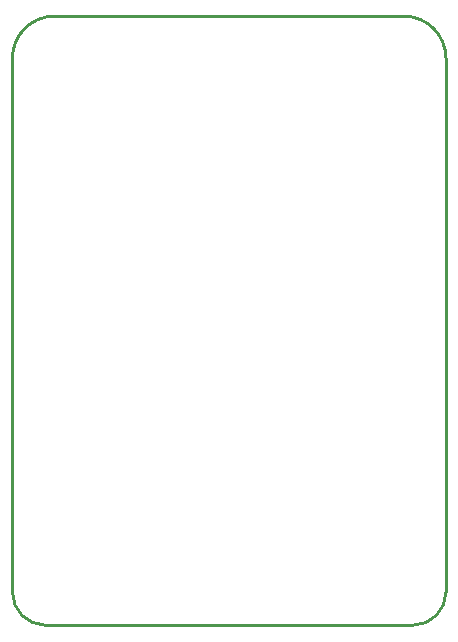
<source format=gko>
G04 Layer_Color=16711935*
%FSAX25Y25*%
%MOIN*%
G70*
G01*
G75*
%ADD39C,0.01000*%
D39*
X0527199Y0221000D02*
G03*
X0538199Y0210000I0011000J0000000D01*
G01*
X0660699D02*
G03*
X0671699Y0221000I0000000J0011000D01*
G01*
X0541199Y0413000D02*
G03*
X0527199Y0399000I-0000000J-0014000D01*
G01*
X0671699D02*
G03*
X0657699Y0413000I-0014000J0000000D01*
G01*
X0541199D02*
X0657699D01*
X0671699Y0221000D02*
Y0399000D01*
X0538199Y0210000D02*
X0660699D01*
X0527199Y0221000D02*
Y0399000D01*
M02*

</source>
